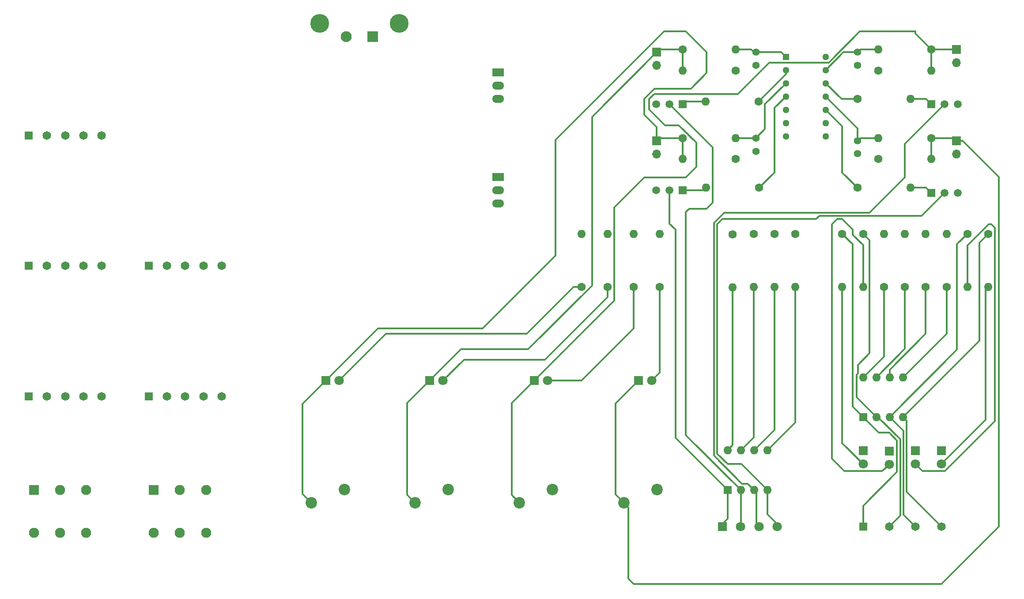
<source format=gbl>
G04 #@! TF.GenerationSoftware,KiCad,Pcbnew,8.0.5*
G04 #@! TF.CreationDate,2024-11-26T19:37:19+02:00*
G04 #@! TF.ProjectId,io_box,696f5f62-6f78-42e6-9b69-6361645f7063,rev?*
G04 #@! TF.SameCoordinates,Original*
G04 #@! TF.FileFunction,Copper,L4,Bot*
G04 #@! TF.FilePolarity,Positive*
%FSLAX46Y46*%
G04 Gerber Fmt 4.6, Leading zero omitted, Abs format (unit mm)*
G04 Created by KiCad (PCBNEW 8.0.5) date 2024-11-26 19:37:19*
%MOMM*%
%LPD*%
G01*
G04 APERTURE LIST*
G04 #@! TA.AperFunction,ComponentPad*
%ADD10R,1.650000X1.650000*%
G04 #@! TD*
G04 #@! TA.AperFunction,ComponentPad*
%ADD11C,1.650000*%
G04 #@! TD*
G04 #@! TA.AperFunction,ComponentPad*
%ADD12R,1.295400X1.295400*%
G04 #@! TD*
G04 #@! TA.AperFunction,ComponentPad*
%ADD13C,1.295400*%
G04 #@! TD*
G04 #@! TA.AperFunction,ComponentPad*
%ADD14C,1.600000*%
G04 #@! TD*
G04 #@! TA.AperFunction,ComponentPad*
%ADD15O,1.600000X1.600000*%
G04 #@! TD*
G04 #@! TA.AperFunction,ComponentPad*
%ADD16C,2.200000*%
G04 #@! TD*
G04 #@! TA.AperFunction,ComponentPad*
%ADD17R,1.500000X1.500000*%
G04 #@! TD*
G04 #@! TA.AperFunction,ComponentPad*
%ADD18C,1.500000*%
G04 #@! TD*
G04 #@! TA.AperFunction,ComponentPad*
%ADD19R,1.950000X1.950000*%
G04 #@! TD*
G04 #@! TA.AperFunction,ComponentPad*
%ADD20C,1.950000*%
G04 #@! TD*
G04 #@! TA.AperFunction,ComponentPad*
%ADD21R,1.700000X1.700000*%
G04 #@! TD*
G04 #@! TA.AperFunction,ComponentPad*
%ADD22O,1.700000X1.700000*%
G04 #@! TD*
G04 #@! TA.AperFunction,ComponentPad*
%ADD23C,1.400000*%
G04 #@! TD*
G04 #@! TA.AperFunction,ComponentPad*
%ADD24R,1.800000X1.800000*%
G04 #@! TD*
G04 #@! TA.AperFunction,ComponentPad*
%ADD25C,1.800000*%
G04 #@! TD*
G04 #@! TA.AperFunction,ComponentPad*
%ADD26R,1.600000X1.600000*%
G04 #@! TD*
G04 #@! TA.AperFunction,ComponentPad*
%ADD27R,2.300000X1.500000*%
G04 #@! TD*
G04 #@! TA.AperFunction,ComponentPad*
%ADD28O,2.300000X1.500000*%
G04 #@! TD*
G04 #@! TA.AperFunction,ComponentPad*
%ADD29R,2.100000X2.100000*%
G04 #@! TD*
G04 #@! TA.AperFunction,ComponentPad*
%ADD30C,2.100000*%
G04 #@! TD*
G04 #@! TA.AperFunction,ComponentPad*
%ADD31C,3.600000*%
G04 #@! TD*
G04 #@! TA.AperFunction,Conductor*
%ADD32C,0.300000*%
G04 #@! TD*
G04 APERTURE END LIST*
D10*
X59000000Y-101000000D03*
D11*
X62500000Y-101000000D03*
X66000000Y-101000000D03*
X69500000Y-101000000D03*
X73000000Y-101000000D03*
D12*
X181190000Y-35880000D03*
D13*
X181190000Y-38420000D03*
X181190000Y-40960000D03*
X181190000Y-43500000D03*
X181190000Y-46040000D03*
X181190000Y-48580000D03*
X181190000Y-51120000D03*
X188810000Y-51120000D03*
X188810000Y-48580000D03*
X188810000Y-46040000D03*
X188810000Y-43500000D03*
X188810000Y-40960000D03*
X188810000Y-38420000D03*
X188810000Y-35880000D03*
D14*
X192000000Y-69840000D03*
D15*
X192000000Y-80000000D03*
D14*
X179000000Y-69840000D03*
D15*
X179000000Y-80000000D03*
D16*
X96540000Y-118920000D03*
X90190000Y-121460000D03*
D17*
X161420000Y-61500000D03*
D18*
X158880000Y-61500000D03*
X156340000Y-61500000D03*
D17*
X209080000Y-62000000D03*
D18*
X211620000Y-62000000D03*
X214160000Y-62000000D03*
D14*
X198920000Y-38500000D03*
D15*
X209080000Y-38500000D03*
D14*
X157000000Y-80000000D03*
D15*
X157000000Y-69840000D03*
D19*
X60000000Y-119000000D03*
D20*
X60000000Y-127200000D03*
X65000000Y-119000000D03*
X65000000Y-127200000D03*
X70000000Y-119000000D03*
X70000000Y-127200000D03*
D21*
X156420000Y-34990000D03*
D22*
X156420000Y-37530000D03*
D14*
X194920000Y-61000000D03*
D15*
X205080000Y-61000000D03*
D14*
X204000000Y-80000000D03*
D15*
X204000000Y-69840000D03*
D14*
X142000000Y-80000000D03*
D15*
X142000000Y-69840000D03*
D23*
X175420000Y-51500000D03*
X175420000Y-54000000D03*
D14*
X208000000Y-80000000D03*
D15*
X208000000Y-69840000D03*
D21*
X213920000Y-52000000D03*
D22*
X213920000Y-54540000D03*
D23*
X194920000Y-52000000D03*
X194920000Y-54500000D03*
D24*
X112920000Y-98000000D03*
D25*
X115460000Y-98000000D03*
D14*
X176080000Y-61000000D03*
D15*
X165920000Y-61000000D03*
D26*
X170000000Y-119000000D03*
D15*
X172540000Y-119000000D03*
X175080000Y-119000000D03*
X177620000Y-119000000D03*
X177620000Y-111380000D03*
X175080000Y-111380000D03*
X172540000Y-111380000D03*
X170000000Y-111380000D03*
D27*
X126000000Y-58920000D03*
D28*
X126000000Y-61460000D03*
X126000000Y-64000000D03*
D10*
X36000000Y-51000000D03*
D11*
X39500000Y-51000000D03*
X43000000Y-51000000D03*
X46500000Y-51000000D03*
X50000000Y-51000000D03*
D14*
X171580000Y-55500000D03*
D15*
X161420000Y-55500000D03*
D24*
X152920000Y-98000000D03*
D25*
X155460000Y-98000000D03*
D21*
X156420000Y-51985000D03*
D22*
X156420000Y-54525000D03*
D14*
X209080000Y-34500000D03*
D15*
X198920000Y-34500000D03*
D24*
X206000000Y-111460000D03*
D25*
X206000000Y-114000000D03*
D24*
X211000000Y-111460000D03*
D25*
X211000000Y-114000000D03*
D14*
X175920000Y-44500000D03*
D15*
X165760000Y-44500000D03*
D14*
X196000000Y-69840000D03*
D15*
X196000000Y-80000000D03*
D14*
X161420000Y-51525000D03*
D15*
X171580000Y-51525000D03*
D14*
X209080000Y-51500000D03*
D15*
X198920000Y-51500000D03*
D14*
X183000000Y-69840000D03*
D15*
X183000000Y-80000000D03*
D23*
X175420000Y-35000000D03*
X175420000Y-37500000D03*
D27*
X126000000Y-38920000D03*
D28*
X126000000Y-41460000D03*
X126000000Y-44000000D03*
D17*
X161420000Y-45000000D03*
D18*
X158880000Y-45000000D03*
X156340000Y-45000000D03*
D10*
X196000000Y-126000000D03*
D11*
X201000000Y-126000000D03*
X206000000Y-126000000D03*
X211000000Y-126000000D03*
D14*
X171580000Y-38500000D03*
D15*
X161420000Y-38500000D03*
D14*
X200000000Y-80000000D03*
D15*
X200000000Y-69840000D03*
D24*
X132920000Y-98000000D03*
D25*
X135460000Y-98000000D03*
D14*
X198920000Y-55500000D03*
D15*
X209080000Y-55500000D03*
D14*
X212000000Y-80000000D03*
D15*
X212000000Y-69840000D03*
D14*
X194920000Y-44000000D03*
D15*
X205080000Y-44000000D03*
D21*
X213920000Y-34500000D03*
D22*
X213920000Y-37040000D03*
D26*
X196000000Y-105000000D03*
D15*
X198540000Y-105000000D03*
X201080000Y-105000000D03*
X203620000Y-105000000D03*
X203620000Y-97380000D03*
X201080000Y-97380000D03*
X198540000Y-97380000D03*
X196000000Y-97380000D03*
D24*
X93000000Y-98000000D03*
D25*
X95540000Y-98000000D03*
D14*
X161420000Y-34500000D03*
D15*
X171580000Y-34500000D03*
D10*
X59000000Y-76000000D03*
D11*
X62500000Y-76000000D03*
X66000000Y-76000000D03*
X69500000Y-76000000D03*
X73000000Y-76000000D03*
D14*
X171000000Y-69920000D03*
D15*
X171000000Y-80080000D03*
D17*
X209080000Y-45000000D03*
D18*
X211620000Y-45000000D03*
X214160000Y-45000000D03*
D24*
X169000000Y-126000000D03*
D25*
X172500000Y-126000000D03*
X176000000Y-126000000D03*
X179500000Y-126000000D03*
D14*
X220000000Y-69840000D03*
D15*
X220000000Y-80000000D03*
D10*
X36000000Y-101000000D03*
D11*
X39500000Y-101000000D03*
X43000000Y-101000000D03*
X46500000Y-101000000D03*
X50000000Y-101000000D03*
D14*
X175000000Y-69840000D03*
D15*
X175000000Y-80000000D03*
D14*
X147000000Y-80000000D03*
D15*
X147000000Y-69840000D03*
D29*
X102000000Y-32000000D03*
D30*
X96920000Y-32000000D03*
D31*
X107080000Y-29500000D03*
X91840000Y-29500000D03*
D24*
X196000000Y-111460000D03*
D25*
X196000000Y-114000000D03*
D23*
X194920000Y-35000000D03*
X194920000Y-37500000D03*
D16*
X156460000Y-118920000D03*
X150110000Y-121460000D03*
X116460000Y-118920000D03*
X110110000Y-121460000D03*
D19*
X37000000Y-119000000D03*
D20*
X37000000Y-127200000D03*
X42000000Y-119000000D03*
X42000000Y-127200000D03*
X47000000Y-119000000D03*
X47000000Y-127200000D03*
D24*
X201000000Y-111500000D03*
D25*
X201000000Y-114040000D03*
D14*
X152000000Y-80000000D03*
D15*
X152000000Y-69840000D03*
D10*
X36000000Y-76000000D03*
D11*
X39500000Y-76000000D03*
X43000000Y-76000000D03*
X46500000Y-76000000D03*
X50000000Y-76000000D03*
D14*
X216000000Y-69840000D03*
D15*
X216000000Y-80000000D03*
D16*
X136460000Y-118920000D03*
X130110000Y-121460000D03*
D32*
X175420000Y-51500000D02*
X177170000Y-49750000D01*
X177170000Y-49750000D02*
X177170000Y-44980000D01*
X177170000Y-44980000D02*
X181190000Y-40960000D01*
X171580000Y-51525000D02*
X175395000Y-51525000D01*
X175395000Y-51525000D02*
X175420000Y-51500000D01*
X180310000Y-35000000D02*
X181190000Y-35880000D01*
X174500000Y-34500000D02*
X171580000Y-34500000D01*
X175000000Y-35000000D02*
X174500000Y-34500000D01*
X175420000Y-35000000D02*
X180310000Y-35000000D01*
X175420000Y-35000000D02*
X175000000Y-35000000D01*
X195500000Y-34500000D02*
X198920000Y-34500000D01*
X194920000Y-35000000D02*
X195000000Y-35000000D01*
X195000000Y-35000000D02*
X195500000Y-34500000D01*
X192230000Y-35000000D02*
X188810000Y-38420000D01*
X194920000Y-35000000D02*
X192230000Y-35000000D01*
X219500000Y-105500000D02*
X219500000Y-80500000D01*
X219500000Y-80500000D02*
X220000000Y-80000000D01*
X211000000Y-114000000D02*
X219500000Y-105500000D01*
X220072233Y-68000000D02*
X220590000Y-68000000D01*
X216000000Y-72072233D02*
X220072233Y-68000000D01*
X211650000Y-115350000D02*
X207350000Y-115350000D01*
X221250000Y-68660000D02*
X221250000Y-105750000D01*
X221250000Y-105750000D02*
X211650000Y-115350000D01*
X216000000Y-80000000D02*
X216000000Y-72072233D01*
X207350000Y-115350000D02*
X206000000Y-114000000D01*
X220590000Y-68000000D02*
X221250000Y-68660000D01*
X194000000Y-69000000D02*
X192000000Y-67000000D01*
X199690000Y-115350000D02*
X201000000Y-114040000D01*
X196000000Y-80000000D02*
X196000000Y-72000000D01*
X192000000Y-67000000D02*
X191000000Y-67000000D01*
X196000000Y-72000000D02*
X194000000Y-70000000D01*
X192350000Y-115350000D02*
X199690000Y-115350000D01*
X194000000Y-70000000D02*
X194000000Y-69000000D01*
X190000000Y-113000000D02*
X192350000Y-115350000D01*
X190000000Y-68000000D02*
X190000000Y-113000000D01*
X191000000Y-67000000D02*
X190000000Y-68000000D01*
X192000000Y-80000000D02*
X192000000Y-110000000D01*
X192000000Y-110000000D02*
X196000000Y-114000000D01*
X179000000Y-58080000D02*
X179000000Y-45690000D01*
X176080000Y-61000000D02*
X179000000Y-58080000D01*
X179000000Y-45690000D02*
X181190000Y-43500000D01*
X191850000Y-44000000D02*
X188810000Y-40960000D01*
X194920000Y-44000000D02*
X191850000Y-44000000D01*
X175920000Y-44500000D02*
X181190000Y-39230000D01*
X181190000Y-39230000D02*
X181190000Y-38420000D01*
X200000000Y-80000000D02*
X200000000Y-93380000D01*
X200000000Y-93380000D02*
X196000000Y-97380000D01*
X204000000Y-80000000D02*
X204000000Y-91920000D01*
X204000000Y-91920000D02*
X198540000Y-97380000D01*
X208000000Y-89000000D02*
X201080000Y-95920000D01*
X201080000Y-95920000D02*
X201080000Y-97380000D01*
X208000000Y-80000000D02*
X208000000Y-89000000D01*
X212000000Y-89000000D02*
X203620000Y-97380000D01*
X212000000Y-80000000D02*
X212000000Y-89000000D01*
X172500000Y-125500000D02*
X172540000Y-125460000D01*
X172540000Y-125460000D02*
X172540000Y-119000000D01*
X166000000Y-65000000D02*
X162652233Y-65000000D01*
X162652233Y-65000000D02*
X162000000Y-65652233D01*
X162000000Y-108460000D02*
X172540000Y-119000000D01*
X172500000Y-126000000D02*
X172500000Y-125500000D01*
X167170000Y-63830000D02*
X166000000Y-65000000D01*
X162000000Y-65652233D02*
X162000000Y-108460000D01*
X158880000Y-45000000D02*
X167170000Y-53290000D01*
X167170000Y-53290000D02*
X167170000Y-63830000D01*
X175500000Y-119420000D02*
X175080000Y-119000000D01*
X169351472Y-65800000D02*
X167400000Y-67751472D01*
X173830000Y-117750000D02*
X175080000Y-119000000D01*
X175500000Y-125500000D02*
X175500000Y-119420000D01*
X197200000Y-65800000D02*
X169351472Y-65800000D01*
X204000000Y-52620000D02*
X204000000Y-59000000D01*
X167400000Y-67751472D02*
X167400000Y-112400000D01*
X211620000Y-45000000D02*
X204000000Y-52620000D01*
X172750000Y-117750000D02*
X173830000Y-117750000D01*
X204000000Y-59000000D02*
X197200000Y-65800000D01*
X176000000Y-126000000D02*
X175500000Y-125500000D01*
X167400000Y-112400000D02*
X172750000Y-117750000D01*
X169000000Y-125500000D02*
X170000000Y-124500000D01*
X160000000Y-109000000D02*
X170000000Y-119000000D01*
X169000000Y-126000000D02*
X169000000Y-125500000D01*
X170000000Y-124500000D02*
X170000000Y-119000000D01*
X160000000Y-69000000D02*
X160000000Y-109000000D01*
X158880000Y-61500000D02*
X158880000Y-67880000D01*
X158880000Y-67880000D02*
X160000000Y-69000000D01*
X206000000Y-126000000D02*
X203700000Y-123700000D01*
X214000000Y-71840000D02*
X214000000Y-92080000D01*
X203700000Y-107620000D02*
X201080000Y-105000000D01*
X203700000Y-123700000D02*
X203700000Y-107620000D01*
X216000000Y-69840000D02*
X214000000Y-71840000D01*
X214000000Y-92080000D02*
X201080000Y-105000000D01*
X211000000Y-126000000D02*
X204300000Y-119300000D01*
X220000000Y-69840000D02*
X218250000Y-71590000D01*
X204300000Y-105680000D02*
X203620000Y-105000000D01*
X204300000Y-119300000D02*
X204300000Y-105680000D01*
X218250000Y-90370000D02*
X203620000Y-105000000D01*
X218250000Y-71590000D02*
X218250000Y-90370000D01*
X194750000Y-101210000D02*
X198540000Y-105000000D01*
X195000000Y-96612233D02*
X194750000Y-96862233D01*
X197250000Y-92750000D02*
X195000000Y-95000000D01*
X197250000Y-71090000D02*
X197250000Y-92750000D01*
X196000000Y-69840000D02*
X197250000Y-71090000D01*
X203100000Y-123900000D02*
X203100000Y-109251472D01*
X195000000Y-95000000D02*
X195000000Y-96612233D01*
X198848528Y-105000000D02*
X198540000Y-105000000D01*
X203100000Y-109251472D02*
X198848528Y-105000000D01*
X201000000Y-126000000D02*
X203100000Y-123900000D01*
X194750000Y-96862233D02*
X194750000Y-101210000D01*
X192000000Y-69840000D02*
X194000000Y-71840000D01*
X199000000Y-108000000D02*
X196000000Y-105000000D01*
X202500000Y-109500000D02*
X201000000Y-108000000D01*
X196000000Y-126000000D02*
X196000000Y-122000000D01*
X196000000Y-122000000D02*
X202500000Y-115500000D01*
X194000000Y-71840000D02*
X194000000Y-103000000D01*
X202500000Y-115500000D02*
X202500000Y-109500000D01*
X201000000Y-108000000D02*
X199000000Y-108000000D01*
X194000000Y-103000000D02*
X196000000Y-105000000D01*
X161420000Y-61500000D02*
X165420000Y-61500000D01*
X165420000Y-61500000D02*
X165920000Y-61000000D01*
X205080000Y-44000000D02*
X208080000Y-44000000D01*
X208080000Y-44000000D02*
X209080000Y-45000000D01*
X165760000Y-44500000D02*
X161920000Y-44500000D01*
X161920000Y-44500000D02*
X161420000Y-45000000D01*
X156910000Y-34500000D02*
X156420000Y-34990000D01*
X144000000Y-79767767D02*
X131767767Y-92000000D01*
X108595000Y-119945000D02*
X108595000Y-102325000D01*
X161420000Y-34500000D02*
X156910000Y-34500000D01*
X156420000Y-34990000D02*
X144000000Y-47410000D01*
X144000000Y-47410000D02*
X144000000Y-79767767D01*
X110110000Y-121460000D02*
X108595000Y-119945000D01*
X118920000Y-92000000D02*
X112920000Y-98000000D01*
X161420000Y-34500000D02*
X161420000Y-38500000D01*
X131767767Y-92000000D02*
X118920000Y-92000000D01*
X108595000Y-102325000D02*
X112920000Y-98000000D01*
X119460000Y-94000000D02*
X115460000Y-98000000D01*
X147000000Y-80000000D02*
X147000000Y-82000000D01*
X135000000Y-94000000D02*
X119460000Y-94000000D01*
X147000000Y-82000000D02*
X135000000Y-94000000D01*
X156000000Y-42000000D02*
X163000000Y-42000000D01*
X161420000Y-55500000D02*
X161420000Y-51525000D01*
X123000000Y-88000000D02*
X103000000Y-88000000D01*
X163000000Y-42000000D02*
X166000000Y-39000000D01*
X137000000Y-74000000D02*
X123000000Y-88000000D01*
X137000000Y-51810000D02*
X137000000Y-74000000D01*
X90190000Y-121460000D02*
X88500000Y-119770000D01*
X166000000Y-35000000D02*
X162000000Y-31000000D01*
X88500000Y-119770000D02*
X88500000Y-102500000D01*
X154000000Y-44000000D02*
X156000000Y-42000000D01*
X162000000Y-31000000D02*
X157810000Y-31000000D01*
X156420000Y-49420000D02*
X154000000Y-47000000D01*
X157810000Y-31000000D02*
X137000000Y-51810000D01*
X156880000Y-51525000D02*
X156420000Y-51985000D01*
X154000000Y-47000000D02*
X154000000Y-44000000D01*
X166000000Y-39000000D02*
X166000000Y-35000000D01*
X88500000Y-102500000D02*
X93000000Y-98000000D01*
X156420000Y-51985000D02*
X156420000Y-49420000D01*
X103000000Y-88000000D02*
X93000000Y-98000000D01*
X161420000Y-51525000D02*
X156880000Y-51525000D01*
X131500000Y-89000000D02*
X104540000Y-89000000D01*
X142000000Y-80000000D02*
X140500000Y-80000000D01*
X104540000Y-89000000D02*
X95540000Y-98000000D01*
X140500000Y-80000000D02*
X131500000Y-89000000D01*
X135460000Y-98000000D02*
X142000000Y-98000000D01*
X142000000Y-98000000D02*
X152000000Y-88000000D01*
X152000000Y-88000000D02*
X152000000Y-80000000D01*
X160662767Y-49000000D02*
X164000000Y-52337233D01*
X148250000Y-82670000D02*
X132920000Y-98000000D01*
X155000000Y-46000000D02*
X158000000Y-49000000D01*
X154000000Y-59000000D02*
X148250000Y-64750000D01*
X189381472Y-37000000D02*
X178000000Y-37000000D01*
X209080000Y-34500000D02*
X209080000Y-38500000D01*
X128595000Y-119945000D02*
X128595000Y-102325000D01*
X155000000Y-44000000D02*
X155000000Y-46000000D01*
X158000000Y-49000000D02*
X160662767Y-49000000D01*
X162000000Y-59000000D02*
X154000000Y-59000000D01*
X206000000Y-31000000D02*
X195381472Y-31000000D01*
X130110000Y-121460000D02*
X128595000Y-119945000D01*
X128595000Y-102325000D02*
X132920000Y-98000000D01*
X172000000Y-43000000D02*
X156000000Y-43000000D01*
X206000000Y-31420000D02*
X206000000Y-31000000D01*
X195381472Y-31000000D02*
X189381472Y-37000000D01*
X209080000Y-34500000D02*
X213920000Y-34500000D01*
X148250000Y-64750000D02*
X148250000Y-82670000D01*
X164000000Y-57000000D02*
X162000000Y-59000000D01*
X164000000Y-52337233D02*
X164000000Y-57000000D01*
X178000000Y-37000000D02*
X172000000Y-43000000D01*
X156000000Y-43000000D02*
X155000000Y-44000000D01*
X209080000Y-34500000D02*
X206000000Y-31420000D01*
X194920000Y-52000000D02*
X195000000Y-52000000D01*
X195000000Y-52000000D02*
X195500000Y-51500000D01*
X195500000Y-51500000D02*
X198920000Y-51500000D01*
X188810000Y-43500000D02*
X194920000Y-49610000D01*
X194920000Y-49610000D02*
X194920000Y-52000000D01*
X148500000Y-102420000D02*
X152920000Y-98000000D01*
X222000000Y-58930000D02*
X222000000Y-126000000D01*
X151000000Y-136000000D02*
X151000000Y-122350000D01*
X209080000Y-51500000D02*
X213420000Y-51500000D01*
X215070000Y-52000000D02*
X222000000Y-58930000D01*
X222000000Y-126000000D02*
X211000000Y-137000000D01*
X148500000Y-119850000D02*
X148500000Y-102420000D01*
X213420000Y-51500000D02*
X213920000Y-52000000D01*
X150110000Y-121460000D02*
X148500000Y-119850000D01*
X151000000Y-122350000D02*
X150110000Y-121460000D01*
X211000000Y-137000000D02*
X152000000Y-137000000D01*
X213920000Y-52000000D02*
X215070000Y-52000000D01*
X209080000Y-55500000D02*
X209080000Y-51500000D01*
X152000000Y-137000000D02*
X151000000Y-136000000D01*
X157000000Y-96460000D02*
X155460000Y-98000000D01*
X157000000Y-80000000D02*
X157000000Y-96460000D01*
X187600000Y-66400000D02*
X187000000Y-67000000D01*
X211620000Y-62000000D02*
X207220000Y-66400000D01*
X169000000Y-67000000D02*
X168000000Y-68000000D01*
X179500000Y-126000000D02*
X179500000Y-125500000D01*
X168000000Y-112000000D02*
X170000000Y-114000000D01*
X207220000Y-66400000D02*
X187600000Y-66400000D01*
X170000000Y-114000000D02*
X172620000Y-114000000D01*
X177620000Y-123620000D02*
X177620000Y-119000000D01*
X187000000Y-67000000D02*
X169000000Y-67000000D01*
X168000000Y-68000000D02*
X168000000Y-112000000D01*
X179500000Y-125500000D02*
X177620000Y-123620000D01*
X172620000Y-114000000D02*
X177620000Y-119000000D01*
X208080000Y-61000000D02*
X209080000Y-62000000D01*
X205080000Y-61000000D02*
X208080000Y-61000000D01*
X192000000Y-58080000D02*
X194920000Y-61000000D01*
X188810000Y-46040000D02*
X192000000Y-49230000D01*
X192000000Y-49230000D02*
X192000000Y-58080000D01*
X183000000Y-106000000D02*
X177620000Y-111380000D01*
X183000000Y-80000000D02*
X183000000Y-106000000D01*
X171000000Y-110380000D02*
X170000000Y-111380000D01*
X171000000Y-80080000D02*
X171000000Y-110380000D01*
X175000000Y-108920000D02*
X172540000Y-111380000D01*
X175000000Y-80000000D02*
X175000000Y-108920000D01*
X179000000Y-107460000D02*
X175080000Y-111380000D01*
X179000000Y-80000000D02*
X179000000Y-107460000D01*
M02*

</source>
